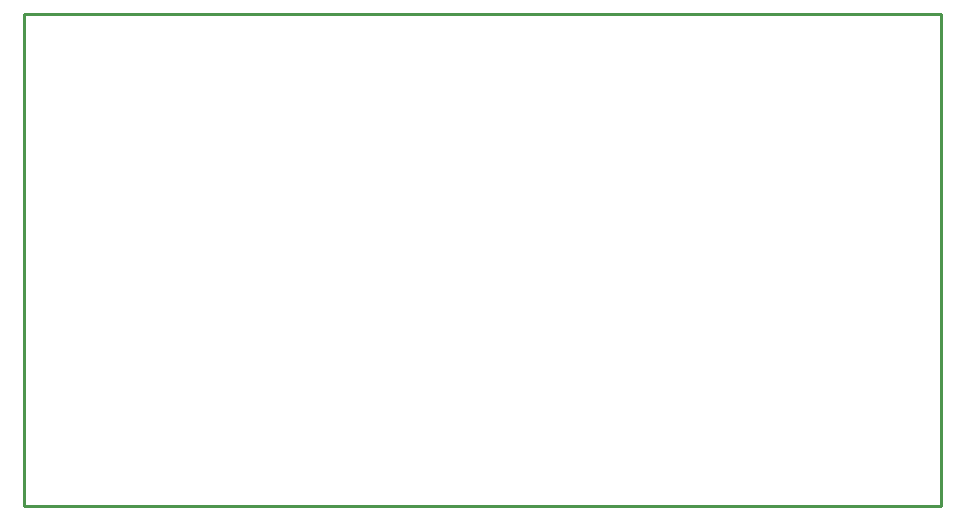
<source format=gko>
G04 Layer: BoardOutlineLayer*
G04 EasyEDA v6.5.22, 2023-03-31 14:54:23*
G04 d3f0f356f32e465d957ef3f0493f5931,4db1f7442a1f4f30bb2da465e00f2567,10*
G04 Gerber Generator version 0.2*
G04 Scale: 100 percent, Rotated: No, Reflected: No *
G04 Dimensions in millimeters *
G04 leading zeros omitted , absolute positions ,4 integer and 5 decimal *
%FSLAX45Y45*%
%MOMM*%

%ADD10C,0.2540*%
D10*
X7467600Y12420600D02*
G01*
X15225775Y12420600D01*
X15225775Y8255000D01*
X7467600Y8255000D01*
X7467600Y12420600D01*

%LPD*%
M02*

</source>
